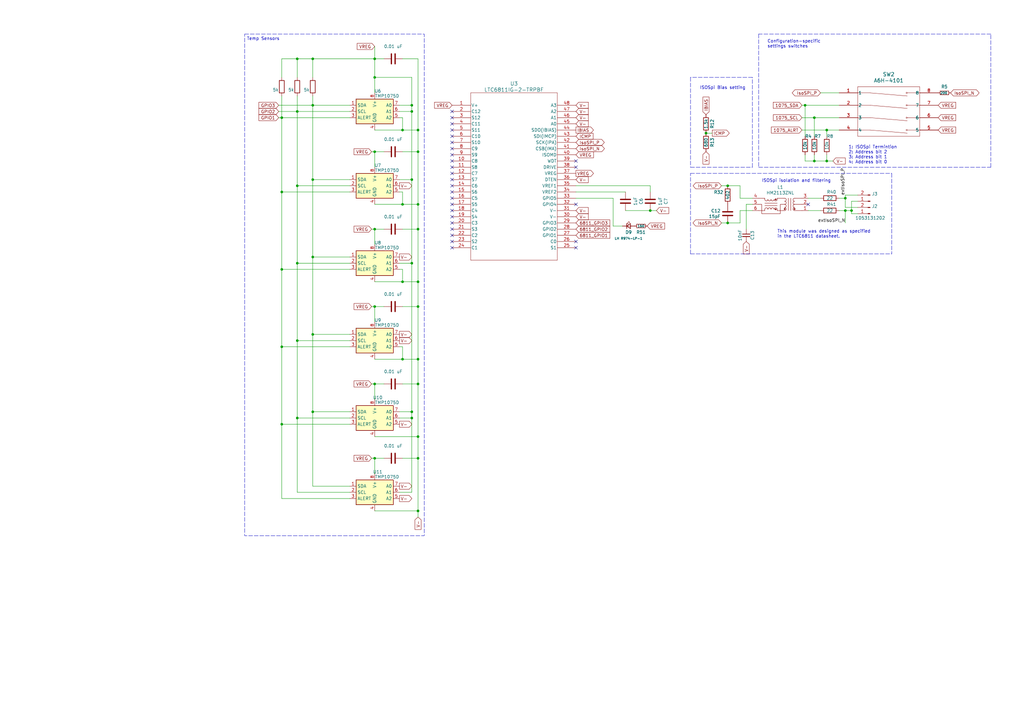
<source format=kicad_sch>
(kicad_sch (version 20250114) (generator "eeschema") (generator_version "9.0")
  (paper "A3")
  (title_block (rev "2.1"))
  (lib_symbols
    (symbol "Connector:Conn_01x02_Pin" (pin_names (offset 1.016) (hide yes))
      (property "Reference" "J" (at 0 2.54 0))
      (property "Value" "Conn_01x02_Pin" (at 0 -5.08 0))
      (symbol "Conn_01x02_Pin_1_1"
        (rectangle (start 0.8636 0.127) (end 0 -0.127) (stroke (width 0.1524)) (fill (type outline)))
        (rectangle (start 0.8636 -2.413) (end 0 -2.667) (stroke (width 0.1524)) (fill (type outline)))
        (polyline (pts (xy 1.27 0) (xy 0.8636 0)) (stroke (width 0.1524)))
        (polyline (pts (xy 1.27 -2.54) (xy 0.8636 -2.54)) (stroke (width 0.1524)))
        (pin passive line (at 5.08 0 180) (length 3.81) (name "Pin_1") (number "1"))
        (pin passive line (at 5.08 -2.54 180) (length 3.81) (name "Pin_2") (number "2"))
      )
    )
    (symbol "Device:C" (pin_numbers (hide yes)) (pin_names (offset 0.254))
      (property "Reference" "C" (at 0.635 2.54 0))
      (property "Value" "C" (at 0.635 -2.54 0))
      (symbol "C_0_1"
        (polyline (pts (xy -2.032 0.762) (xy 2.032 0.762)) (stroke (width 0.508)))
        (polyline (pts (xy -2.032 -0.762) (xy 2.032 -0.762)) (stroke (width 0.508)))
      )
      (symbol "C_1_1"
        (pin passive line (at 0 3.81 270) (length 2.794) (name "~") (number "1"))
        (pin passive line (at 0 -3.81 90) (length 2.794) (name "~") (number "2"))
      )
    )
    (symbol "Device:C_Small" (pin_numbers (hide yes)) (pin_names (offset 0.254) (hide yes))
      (property "Reference" "C" (at 0.254 1.778 0))
      (property "Value" "C_Small" (at 0.254 -2.032 0))
      (symbol "C_Small_0_1"
        (polyline (pts (xy -1.524 0.508) (xy 1.524 0.508)) (stroke (width 0.3048)))
        (polyline (pts (xy -1.524 -0.508) (xy 1.524 -0.508)) (stroke (width 0.3302)))
      )
      (symbol "C_Small_1_1"
        (pin passive line (at 0 2.54 270) (length 2.032) (name "~") (number "1"))
        (pin passive line (at 0 -2.54 90) (length 2.032) (name "~") (number "2"))
      )
    )
    (symbol "Device:LED_Small" (pin_numbers (hide yes)) (pin_names (offset 0.254) (hide yes))
      (property "Reference" "D" (at -1.27 3.175 0))
      (property "Value" "LED_Small" (at -4.445 -2.54 0))
      (symbol "LED_Small_0_1"
        (polyline (pts (xy -0.762 -1.016) (xy -0.762 1.016)) (stroke (width 0.254)))
        (polyline (pts (xy 0 0.762) (xy -0.508 1.27) (xy -0.254 1.27) (xy -0.508 1.27) (xy -0.508 1.016)))
        (polyline (pts (xy 0.508 1.27) (xy 0 1.778) (xy 0.254 1.778) (xy 0 1.778) (xy 0 1.524)))
        (polyline (pts (xy 0.762 -1.016) (xy -0.762 0) (xy 0.762 1.016) (xy 0.762 -1.016)) (stroke (width 0.254)))
        (polyline (pts (xy 1.016 0) (xy -0.762 0)))
      )
      (symbol "LED_Small_1_1"
        (pin passive line (at -2.54 0 0) (length 1.778) (name "K") (number "1"))
        (pin passive line (at 2.54 0 180) (length 1.778) (name "A") (number "2"))
      )
    )
    (symbol "Device:R" (pin_numbers (hide yes)) (pin_names (offset 0))
      (property "Reference" "R" (at 2.032 0 90))
      (property "Value" "R" (at 0 0 90))
      (symbol "R_0_1"
        (rectangle (start -1.016 -2.54) (end 1.016 2.54) (stroke (width 0.254)))
      )
      (symbol "R_1_1"
        (pin passive line (at 0 3.81 270) (length 1.27) (name "~") (number "1"))
        (pin passive line (at 0 -3.81 90) (length 1.27) (name "~") (number "2"))
      )
    )
    (symbol "Device:R_Small" (pin_numbers (hide yes)) (pin_names (offset 0.254) (hide yes))
      (property "Reference" "R" (at 0.762 0.508 0))
      (property "Value" "R_Small" (at 0.762 -1.016 0))
      (symbol "R_Small_0_1"
        (rectangle (start -0.762 1.778) (end 0.762 -1.778) (stroke (width 0.2032)))
      )
      (symbol "R_Small_1_1"
        (pin passive line (at 0 2.54 270) (length 0.762) (name "~") (number "1"))
        (pin passive line (at 0 -2.54 90) (length 0.762) (name "~") (number "2"))
      )
    )
    (symbol "FSSymbols:HM2113ZNL" (pin_names (offset 0.254) (hide yes))
      (property "Reference" "L" (at 0 7.62 0))
      (property "Value" "HM2113ZNL" (at 0 5.08 0))
      (symbol "HM2113ZNL_0_1"
        (polyline (pts (xy -8.89 2.54) (xy -6.35 2.54)))
        (polyline (pts (xy -8.89 0) (xy -7.62 0) (xy -7.62 -3.81) (xy 0 -3.81) (xy 0 0) (xy 1.778 0)))
        (polyline (pts (xy -6.35 2.54) (xy -6.35 2.032)))
        (polyline (pts (xy -6.35 -0.508) (xy -1.27 -0.508)))
        (polyline (pts (xy -6.35 -2.032) (xy -6.35 -2.54)))
        (polyline (pts (xy -6.35 -2.54) (xy -8.89 -2.54)))
        (arc (start -5.08 2.032) (mid -5.715 1.397) (end -6.35 2.032))
        (arc (start -6.35 -2.032) (mid -5.715 -1.397) (end -5.08 -2.032))
        (arc (start -3.81 2.032) (mid -4.445 1.397) (end -5.08 2.032))
        (arc (start -5.08 -2.032) (mid -4.445 -1.397) (end -3.81 -2.032))
        (arc (start -2.54 2.032) (mid -3.175 1.397) (end -3.81 2.032))
        (arc (start -3.81 -2.032) (mid -3.175 -1.397) (end -2.54 -2.032))
        (circle (center -1.905 2.032) (radius 0.254) (fill (type outline)))
        (arc (start -1.27 2.032) (mid -1.905 1.397) (end -2.54 2.032))
        (arc (start -2.54 -2.032) (mid -1.905 -1.397) (end -1.27 -2.032))
        (circle (center -1.905 -2.032) (radius 0.254) (fill (type outline)))
        (polyline (pts (xy -1.27 2.032) (xy -1.27 2.54)))
        (polyline (pts (xy -1.27 0.508) (xy -6.35 0.508)))
        (polyline (pts (xy -1.27 -2.032) (xy -1.27 -2.54)))
        (polyline (pts (xy -1.27 -2.54) (xy 1.27 -2.54)))
        (polyline (pts (xy 1.27 2.54) (xy -1.27 2.54)))
        (polyline (pts (xy 1.27 2.54) (xy 1.778 2.54)))
        (arc (start 1.778 2.54) (mid 2.413 1.905) (end 1.778 1.27))
        (arc (start 1.778 1.27) (mid 2.413 0.635) (end 1.778 0))
        (arc (start 1.778 0) (mid 2.413 -0.635) (end 1.778 -1.27))
        (arc (start 1.778 -1.27) (mid 2.413 -1.905) (end 1.778 -2.54))
        (circle (center 1.778 -1.905) (radius 0.254) (fill (type outline)))
        (polyline (pts (xy 1.778 -2.54) (xy 1.27 -2.54)))
        (polyline (pts (xy 3.302 -2.54) (xy 3.302 2.54)))
        (polyline (pts (xy 4.318 2.54) (xy 4.318 -2.54)))
        (polyline (pts (xy 5.842 2.54) (xy 6.35 2.54)))
        (arc (start 5.842 1.27) (mid 5.207 1.905) (end 5.842 2.54))
        (arc (start 5.842 0) (mid 5.207 0.635) (end 5.842 1.27))
        (arc (start 5.842 -1.27) (mid 5.207 -0.635) (end 5.842 0))
        (circle (center 5.842 -1.905) (radius 0.254) (fill (type outline)))
        (arc (start 5.842 -2.54) (mid 5.207 -1.905) (end 5.842 -1.27))
        (polyline (pts (xy 5.842 -2.54) (xy 8.89 -2.54)))
        (polyline (pts (xy 6.35 2.54) (xy 8.89 2.54)))
        (polyline (pts (xy 8.89 0) (xy 5.842 0)))
      )
      (symbol "HM2113ZNL_1_1"
        (pin passive line (at -11.43 2.54 0) (length 2.54) (name "4") (number "4"))
        (pin passive line (at -11.43 0 0) (length 2.54) (name "5") (number "5"))
        (pin passive line (at -11.43 -2.54 0) (length 2.54) (name "6") (number "6"))
        (pin passive line (at 11.43 2.54 180) (length 2.54) (name "3") (number "3"))
        (pin passive line (at 11.43 0 180) (length 2.54) (name "2") (number "2"))
        (pin passive line (at 11.43 -2.54 180) (length 2.54) (name "1") (number "1"))
      )
    )
    (symbol "FS_3_Global_Symbol_Library:A6H-4101" (pin_names (offset 0.254))
      (property "Reference" "SW" (at 20.32 7.62 0))
      (property "Value" "A6H-4101" (at 20.32 5.08 0))
      (symbol "A6H-4101_0_1"
        (polyline (pts (xy 7.62 2.54) (xy 7.62 -17.78)) (stroke (width 0.127)))
        (polyline (pts (xy 7.62 -17.78) (xy 33.02 -17.78)) (stroke (width 0.127)))
        (polyline (pts (xy 12.7 0) (xy 7.62 0)) (stroke (width 0.127)))
        (polyline (pts (xy 12.7 0) (xy 27.94 -1.27)) (stroke (width 0.127)))
        (polyline (pts (xy 12.7 -5.08) (xy 7.62 -5.08)) (stroke (width 0.127)))
        (polyline (pts (xy 12.7 -5.08) (xy 27.94 -6.35)) (stroke (width 0.127)))
        (polyline (pts (xy 12.7 -10.16) (xy 7.62 -10.16)) (stroke (width 0.127)))
        (polyline (pts (xy 12.7 -10.16) (xy 27.94 -11.43)) (stroke (width 0.127)))
        (polyline (pts (xy 12.7 -15.24) (xy 7.62 -15.24)) (stroke (width 0.127)))
        (polyline (pts (xy 12.7 -15.24) (xy 27.94 -16.51)) (stroke (width 0.127)))
        (circle (center 27.686 0) (radius 0.254) (stroke (width 0.127)))
        (circle (center 27.686 -5.08) (radius 0.254) (stroke (width 0.127)))
        (circle (center 27.686 -10.16) (radius 0.254) (stroke (width 0.127)))
        (circle (center 27.686 -15.24) (radius 0.254) (stroke (width 0.127)))
        (polyline (pts (xy 27.94 0) (xy 33.02 0)) (stroke (width 0.127)))
        (polyline (pts (xy 27.94 -5.08) (xy 33.02 -5.08)) (stroke (width 0.127)))
        (polyline (pts (xy 27.94 -10.16) (xy 33.02 -10.16)) (stroke (width 0.127)))
        (polyline (pts (xy 27.94 -15.24) (xy 33.02 -15.24)) (stroke (width 0.127)))
        (polyline (pts (xy 33.02 2.54) (xy 7.62 2.54)) (stroke (width 0.127)))
        (polyline (pts (xy 33.02 -17.78) (xy 33.02 2.54)) (stroke (width 0.127)))
        (pin unspecified line (at 0 0 0) (length 7.62) (name "1") (number "1"))
        (pin unspecified line (at 0 -5.08 0) (length 7.62) (name "2") (number "2"))
        (pin unspecified line (at 0 -10.16 0) (length 7.62) (name "3") (number "3"))
        (pin unspecified line (at 0 -15.24 0) (length 7.62) (name "4") (number "4"))
        (pin unspecified line (at 40.64 0 180) (length 7.62) (name "8") (number "8"))
        (pin unspecified line (at 40.64 -5.08 180) (length 7.62) (name "7") (number "7"))
        (pin unspecified line (at 40.64 -10.16 180) (length 7.62) (name "6") (number "6"))
        (pin unspecified line (at 40.64 -15.24 180) (length 7.62) (name "5") (number "5"))
      )
    )
    (symbol "FS_3_Global_Symbol_Library:LTC6811IG-2-TRPBF" (pin_names (offset 0.254))
      (property "Reference" "U" (at 25.4 10.16 0))
      (property "Value" "LTC6811IG-2-TRPBF" (at 25.4 7.62 0))
      (symbol "LTC6811IG-2-TRPBF_0_1"
        (polyline (pts (xy 7.62 5.08) (xy 7.62 -63.5)) (stroke (width 0.127)))
        (polyline (pts (xy 7.62 -63.5) (xy 43.18 -63.5)) (stroke (width 0.127)))
        (polyline (pts (xy 43.18 5.08) (xy 7.62 5.08)) (stroke (width 0.127)))
        (polyline (pts (xy 43.18 -63.5) (xy 43.18 5.08)) (stroke (width 0.127)))
        (pin power_in line (at 0 0 0) (length 7.62) (name "V+") (number "1"))
        (pin input line (at 0 -2.54 0) (length 7.62) (name "C12") (number "2"))
        (pin bidirectional line (at 0 -5.08 0) (length 7.62) (name "S12") (number "3"))
        (pin input line (at 0 -7.62 0) (length 7.62) (name "C11") (number "4"))
        (pin bidirectional line (at 0 -10.16 0) (length 7.62) (name "S11") (number "5"))
        (pin input line (at 0 -12.7 0) (length 7.62) (name "C10") (number "6"))
        (pin bidirectional line (at 0 -15.24 0) (length 7.62) (name "S10") (number "7"))
        (pin input line (at 0 -17.78 0) (length 7.62) (name "C9") (number "8"))
        (pin bidirectional line (at 0 -20.32 0) (length 7.62) (name "S9") (number "9"))
        (pin input line (at 0 -22.86 0) (length 7.62) (name "C8") (number "10"))
        (pin bidirectional line (at 0 -25.4 0) (length 7.62) (name "S8") (number "11"))
        (pin input line (at 0 -27.94 0) (length 7.62) (name "C7") (number "12"))
        (pin bidirectional line (at 0 -30.48 0) (length 7.62) (name "S7") (number "13"))
        (pin input line (at 0 -33.02 0) (length 7.62) (name "C6") (number "14"))
        (pin bidirectional line (at 0 -35.56 0) (length 7.62) (name "S6") (number "15"))
        (pin input line (at 0 -38.1 0) (length 7.62) (name "C5") (number "16"))
        (pin bidirectional line (at 0 -40.64 0) (length 7.62) (name "S5") (number "17"))
        (pin input line (at 0 -43.18 0) (length 7.62) (name "C4") (number "18"))
        (pin bidirectional line (at 0 -45.72 0) (length 7.62) (name "S4") (number "19"))
        (pin input line (at 0 -48.26 0) (length 7.62) (name "C3") (number "20"))
        (pin bidirectional line (at 0 -50.8 0) (length 7.62) (name "S3") (number "21"))
        (pin input line (at 0 -53.34 0) (length 7.62) (name "C2") (number "22"))
        (pin bidirectional line (at 0 -55.88 0) (length 7.62) (name "S2") (number "23"))
        (pin input line (at 0 -58.42 0) (length 7.62) (name "C1") (number "24"))
        (pin input line (at 50.8 0 180) (length 7.62) (name "A3") (number "48"))
        (pin input line (at 50.8 -2.54 180) (length 7.62) (name "A2") (number "47"))
        (pin input line (at 50.8 -5.08 180) (length 7.62) (name "A1") (number "46"))
        (pin input line (at 50.8 -7.62 180) (length 7.62) (name "A0") (number "45"))
        (pin unspecified line (at 50.8 -10.16 180) (length 7.62) (name "SDO(IBIAS)") (number "44"))
        (pin unspecified line (at 50.8 -12.7 180) (length 7.62) (name "SDI(IMCP)") (number "43"))
        (pin bidirectional line (at 50.8 -15.24 180) (length 7.62) (name "SCK(IPA)") (number "42"))
        (pin bidirectional line (at 50.8 -17.78 180) (length 7.62) (name "CSB(IMA)") (number "41"))
        (pin unspecified line (at 50.8 -20.32 180) (length 7.62) (name "ISOMD") (number "40"))
        (pin output line (at 50.8 -22.86 180) (length 7.62) (name "WDT") (number "39"))
        (pin power_in line (at 50.8 -25.4 180) (length 7.62) (name "DRIVE") (number "38"))
        (pin power_in line (at 50.8 -27.94 180) (length 7.62) (name "VREG") (number "37"))
        (pin input line (at 50.8 -30.48 180) (length 7.62) (name "DTEN") (number "36"))
        (pin power_in line (at 50.8 -33.02 180) (length 7.62) (name "VREF1") (number "35"))
        (pin power_in line (at 50.8 -35.56 180) (length 7.62) (name "VREF2") (number "34"))
        (pin bidirectional line (at 50.8 -38.1 180) (length 7.62) (name "GPIO5") (number "33"))
        (pin bidirectional line (at 50.8 -40.64 180) (length 7.62) (name "GPIO4") (number "32"))
        (pin power_in line (at 50.8 -43.18 180) (length 7.62) (name "V-") (number "31"))
        (pin power_in line (at 50.8 -45.72 180) (length 7.62) (name "V-") (number "30"))
        (pin bidirectional line (at 50.8 -48.26 180) (length 7.62) (name "GPIO3") (number "29"))
        (pin bidirectional line (at 50.8 -50.8 180) (length 7.62) (name "GPIO2") (number "28"))
        (pin bidirectional line (at 50.8 -53.34 180) (length 7.62) (name "GPIO1") (number "27"))
        (pin input line (at 50.8 -55.88 180) (length 7.62) (name "C0") (number "26"))
        (pin bidirectional line (at 50.8 -58.42 180) (length 7.62) (name "S1") (number "25"))
      )
    )
    (symbol "Sensor_Temperature:TMP1075D"
      (property "Reference" "U" (at -6.35 6.35 0))
      (property "Value" "TMP1075D" (at 6.35 6.35 0))
      (symbol "TMP1075D_0_1"
        (rectangle (start -7.62 5.08) (end 7.62 -5.08) (stroke (width 0.254)) (fill (type background)))
      )
      (symbol "TMP1075D_1_1"
        (pin input line (at -10.16 2.54 0) (length 2.54) (name "A0") (number "7"))
        (pin input line (at -10.16 0 0) (length 2.54) (name "A1") (number "6"))
        (pin input line (at -10.16 -2.54 0) (length 2.54) (name "A2") (number "5"))
        (pin power_in line (at 0 7.62 270) (length 2.54) (name "V+") (number "8"))
        (pin power_in line (at 0 -7.62 90) (length 2.54) (name "GND") (number "4"))
        (pin bidirectional line (at 10.16 2.54 180) (length 2.54) (name "SDA") (number "1"))
        (pin input line (at 10.16 0 180) (length 2.54) (name "SCL") (number "2"))
        (pin open_collector line (at 10.16 -2.54 180) (length 2.54) (name "ALERT") (number "3"))
      )
    )
  )
  (rectangle (start 100.33 13.97) (end 173.99 219.71) (stroke (width 0) (type dash)))
  (text "ISOSpi Bias setting" (at 287.02 36.83 0) (effects (font (size 1.27 1.27)) (justify left bottom)))
  (text "This module was designed as specified\nin the LTC6811 datasheet." (at 318.77 97.79 0) (effects (font (size 1.27 1.27)) (justify left bottom)))
  (text "Configuration-specific\nsettings switches" (at 314.706 19.812 0) (effects (font (size 1.27 1.27)) (justify left bottom)))
  (text "1: ISOSpi Termintion\n2: Address bit 2\n3: Address bit 1\n4: Address bit 0" (at 347.98 67.31 0) (effects (font (size 1.27 1.27)) (justify left bottom)))
  (text "Temp Sensors" (at 107.95 16.002 0) (effects (font (size 1.27 1.27))))
  (text "ISOSpi isolation and filtering" (at 312.42 74.93 0) (effects (font (size 1.27 1.27)) (justify left bottom)))
  (junction (at 165.1 53.34))
  (junction (at 298.45 91.44))
  (junction (at 168.91 73.66))
  (junction (at 153.67 93.98))
  (junction (at 171.45 147.32))
  (junction (at 121.92 24.13))
  (junction (at 165.1 147.32))
  (junction (at 153.67 187.96))
  (junction (at 171.45 115.57))
  (junction (at 115.57 78.74))
  (junction (at 115.57 48.26))
  (junction (at 171.45 179.07))
  (junction (at 121.92 45.72))
  (junction (at 128.27 168.91))
  (junction (at 128.27 43.18))
  (junction (at 298.45 76.2))
  (junction (at 121.92 76.2))
  (junction (at 168.91 168.91))
  (junction (at 153.67 24.13))
  (junction (at 128.27 73.66))
  (junction (at 334.01 66.04))
  (junction (at 266.7 86.36))
  (junction (at 115.57 110.49))
  (junction (at 289.56 54.61))
  (junction (at 171.45 93.98))
  (junction (at 121.92 139.7))
  (junction (at 168.91 45.72))
  (junction (at 168.91 171.45))
  (junction (at 346.71 81.28))
  (junction (at 171.45 187.96))
  (junction (at 339.09 66.04))
  (junction (at 153.67 157.48))
  (junction (at 115.57 173.99))
  (junction (at 153.67 31.75))
  (junction (at 153.67 125.73))
  (junction (at 121.92 171.45))
  (junction (at 171.45 125.73))
  (junction (at 346.71 86.36))
  (junction (at 121.92 107.95))
  (junction (at 349.25 86.36))
  (junction (at 128.27 24.13))
  (junction (at 165.1 83.82))
  (junction (at 171.45 83.82))
  (junction (at 330.2 43.18))
  (junction (at 171.45 209.55))
  (junction (at 171.45 157.48))
  (junction (at 334.01 48.26))
  (junction (at 128.27 105.41))
  (junction (at 171.45 53.34))
  (junction (at 128.27 137.16))
  (junction (at 153.67 62.23))
  (junction (at 339.09 53.34))
  (junction (at 168.91 107.95))
  (junction (at 168.91 43.18))
  (junction (at 165.1 115.57))
  (junction (at 171.45 62.23))
  (junction (at 115.57 142.24))
  (no_connect (at 185.42 58.42))
  (no_connect (at 185.42 88.9))
  (no_connect (at 236.22 101.6))
  (no_connect (at 185.42 96.52))
  (no_connect (at 185.42 101.6))
  (no_connect (at 185.42 93.98))
  (no_connect (at 185.42 63.5))
  (no_connect (at 236.22 99.06))
  (no_connect (at 185.42 73.66))
  (no_connect (at 185.42 78.74))
  (no_connect (at 331.47 83.82))
  (no_connect (at 236.22 83.82))
  (no_connect (at 185.42 71.12))
  (no_connect (at 185.42 48.26))
  (no_connect (at 185.42 55.88))
  (no_connect (at 185.42 91.44))
  (no_connect (at 185.42 99.06))
  (no_connect (at 185.42 86.36))
  (no_connect (at 185.42 83.82))
  (no_connect (at 185.42 60.96))
  (no_connect (at 185.42 45.72))
  (no_connect (at 185.42 68.58))
  (no_connect (at 185.42 53.34))
  (no_connect (at 185.42 76.2))
  (no_connect (at 236.22 68.58))
  (no_connect (at 185.42 81.28))
  (no_connect (at 185.42 66.04))
  (no_connect (at 185.42 50.8))
  (no_connect (at 236.22 66.04))
  (wire (pts (xy 121.92 171.45) (xy 143.51 171.45)))
  (wire (pts (xy 346.71 86.36) (xy 344.17 86.36)))
  (wire (pts (xy 334.01 48.26) (xy 334.01 55.88)))
  (wire (pts (xy 115.57 110.49) (xy 115.57 142.24)))
  (wire (pts (xy 153.67 179.07) (xy 171.45 179.07)))
  (wire (pts (xy 163.83 43.18) (xy 168.91 43.18)))
  (wire (pts (xy 349.25 86.36) (xy 346.71 86.36)))
  (wire (pts (xy 349.25 86.36) (xy 349.25 87.63)))
  (wire (pts (xy 165.1 93.98) (xy 171.45 93.98)))
  (wire (pts (xy 171.45 147.32) (xy 171.45 157.48)))
  (wire (pts (xy 165.1 142.24) (xy 165.1 147.32)))
  (wire (pts (xy 334.01 66.04) (xy 334.01 63.5)))
  (wire (pts (xy 171.45 83.82) (xy 171.45 93.98)))
  (wire (pts (xy 163.83 201.93) (xy 168.91 201.93)))
  (wire (pts (xy 165.1 115.57) (xy 171.45 115.57)))
  (wire (pts (xy 121.92 45.72) (xy 121.92 76.2)))
  (wire (pts (xy 121.92 39.37) (xy 121.92 45.72)))
  (wire (pts (xy 115.57 173.99) (xy 143.51 173.99)))
  (wire (pts (xy 153.67 19.05) (xy 153.67 24.13)))
  (wire (pts (xy 346.71 81.28) (xy 346.71 85.09)))
  (wire (pts (xy 128.27 137.16) (xy 143.51 137.16)))
  (wire (pts (xy 168.91 171.45) (xy 168.91 201.93)))
  (wire (pts (xy 128.27 168.91) (xy 143.51 168.91)))
  (wire (pts (xy 344.17 81.28) (xy 346.71 81.28)))
  (wire (pts (xy 163.83 110.49) (xy 165.1 110.49)))
  (wire (pts (xy 168.91 73.66) (xy 168.91 107.95)))
  (wire (pts (xy 157.48 62.23) (xy 153.67 62.23)))
  (wire (pts (xy 115.57 142.24) (xy 115.57 173.99)))
  (wire (pts (xy 153.67 62.23) (xy 153.67 68.58)))
  (wire (pts (xy 153.67 83.82) (xy 165.1 83.82)))
  (wire (pts (xy 256.54 86.36) (xy 266.7 86.36)))
  (wire (pts (xy 168.91 107.95) (xy 168.91 168.91)))
  (wire (pts (xy 165.1 157.48) (xy 171.45 157.48)))
  (wire (pts (xy 115.57 78.74) (xy 115.57 110.49)))
  (wire (pts (xy 121.92 171.45) (xy 121.92 201.93)))
  (wire (pts (xy 328.93 53.34) (xy 339.09 53.34)))
  (wire (pts (xy 349.25 82.55) (xy 351.79 82.55)))
  (wire (pts (xy 163.83 171.45) (xy 168.91 171.45)))
  (wire (pts (xy 115.57 142.24) (xy 143.51 142.24)))
  (wire (pts (xy 165.1 125.73) (xy 171.45 125.73)))
  (wire (pts (xy 336.55 86.36) (xy 331.47 86.36)))
  (wire (pts (xy 152.4 93.98) (xy 153.67 93.98)))
  (wire (pts (xy 121.92 76.2) (xy 121.92 107.95)))
  (wire (pts (xy 171.45 115.57) (xy 171.45 125.73)))
  (wire (pts (xy 298.45 76.2) (xy 303.53 76.2)))
  (wire (pts (xy 330.2 43.18) (xy 330.2 55.88)))
  (wire (pts (xy 251.46 81.28) (xy 236.22 81.28)))
  (polyline (pts (xy 283.21 104.14) (xy 283.21 71.12)) (stroke (width 0) (type dash)))
  (wire (pts (xy 153.67 93.98) (xy 153.67 100.33)))
  (wire (pts (xy 165.1 83.82) (xy 171.45 83.82)))
  (wire (pts (xy 153.67 115.57) (xy 165.1 115.57)))
  (wire (pts (xy 128.27 105.41) (xy 128.27 137.16)))
  (wire (pts (xy 303.53 81.28) (xy 308.61 81.28)))
  (wire (pts (xy 165.1 78.74) (xy 165.1 83.82)))
  (wire (pts (xy 114.3 45.72) (xy 121.92 45.72)))
  (wire (pts (xy 339.09 55.88) (xy 339.09 53.34)))
  (wire (pts (xy 115.57 24.13) (xy 121.92 24.13)))
  (wire (pts (xy 115.57 110.49) (xy 143.51 110.49)))
  (wire (pts (xy 153.67 157.48) (xy 153.67 163.83)))
  (wire (pts (xy 349.25 87.63) (xy 351.79 87.63)))
  (wire (pts (xy 171.45 187.96) (xy 171.45 209.55)))
  (wire (pts (xy 171.45 24.13) (xy 171.45 53.34)))
  (wire (pts (xy 121.92 139.7) (xy 143.51 139.7)))
  (wire (pts (xy 171.45 93.98) (xy 171.45 115.57)))
  (wire (pts (xy 171.45 157.48) (xy 171.45 179.07)))
  (wire (pts (xy 153.67 24.13) (xy 153.67 31.75)))
  (wire (pts (xy 303.53 76.2) (xy 303.53 81.28)))
  (wire (pts (xy 153.67 209.55) (xy 171.45 209.55)))
  (wire (pts (xy 157.48 125.73) (xy 153.67 125.73)))
  (wire (pts (xy 128.27 168.91) (xy 128.27 199.39)))
  (wire (pts (xy 163.83 73.66) (xy 168.91 73.66)))
  (wire (pts (xy 128.27 73.66) (xy 128.27 105.41)))
  (wire (pts (xy 346.71 80.01) (xy 346.71 81.28)))
  (wire (pts (xy 163.83 168.91) (xy 168.91 168.91)))
  (wire (pts (xy 303.53 86.36) (xy 303.53 91.44)))
  (polyline (pts (xy 283.21 104.14) (xy 365.76 104.14)) (stroke (width 0) (type dash)))
  (wire (pts (xy 163.83 45.72) (xy 168.91 45.72)))
  (wire (pts (xy 128.27 73.66) (xy 143.51 73.66)))
  (wire (pts (xy 163.83 107.95) (xy 168.91 107.95)))
  (wire (pts (xy 330.2 43.18) (xy 344.17 43.18)))
  (wire (pts (xy 153.67 31.75) (xy 168.91 31.75)))
  (wire (pts (xy 339.09 63.5) (xy 339.09 66.04)))
  (wire (pts (xy 153.67 147.32) (xy 165.1 147.32)))
  (wire (pts (xy 251.46 92.71) (xy 251.46 81.28)))
  (wire (pts (xy 114.3 43.18) (xy 128.27 43.18)))
  (wire (pts (xy 115.57 48.26) (xy 115.57 78.74)))
  (wire (pts (xy 168.91 31.75) (xy 168.91 43.18)))
  (wire (pts (xy 171.45 53.34) (xy 171.45 62.23)))
  (wire (pts (xy 266.7 76.2) (xy 266.7 78.74)))
  (wire (pts (xy 165.1 53.34) (xy 171.45 53.34)))
  (wire (pts (xy 121.92 139.7) (xy 121.92 171.45)))
  (wire (pts (xy 330.2 66.04) (xy 334.01 66.04)))
  (wire (pts (xy 115.57 39.37) (xy 115.57 48.26)))
  (wire (pts (xy 163.83 48.26) (xy 165.1 48.26)))
  (wire (pts (xy 153.67 187.96) (xy 153.67 194.31)))
  (wire (pts (xy 121.92 107.95) (xy 121.92 139.7)))
  (polyline (pts (xy 406.4 13.97) (xy 311.15 13.97)) (stroke (width 0) (type dash)))
  (wire (pts (xy 165.1 110.49) (xy 165.1 115.57)))
  (wire (pts (xy 121.92 45.72) (xy 143.51 45.72)))
  (wire (pts (xy 334.01 48.26) (xy 344.17 48.26)))
  (wire (pts (xy 128.27 31.75) (xy 128.27 24.13)))
  (wire (pts (xy 128.27 137.16) (xy 128.27 168.91)))
  (polyline (pts (xy 311.15 68.58) (xy 406.4 68.58)) (stroke (width 0) (type dash)))
  (wire (pts (xy 168.91 168.91) (xy 168.91 171.45)))
  (wire (pts (xy 157.48 93.98) (xy 153.67 93.98)))
  (polyline (pts (xy 311.15 13.97) (xy 311.15 68.58)) (stroke (width 0) (type dash)))
  (wire (pts (xy 171.45 179.07) (xy 171.45 187.96)))
  (polyline (pts (xy 283.21 31.75) (xy 283.21 68.58)) (stroke (width 0) (type dash)))
  (wire (pts (xy 152.4 187.96) (xy 153.67 187.96)))
  (wire (pts (xy 165.1 62.23) (xy 171.45 62.23)))
  (wire (pts (xy 128.27 43.18) (xy 128.27 73.66)))
  (wire (pts (xy 121.92 24.13) (xy 128.27 24.13)))
  (wire (pts (xy 303.53 86.36) (xy 308.61 86.36)))
  (wire (pts (xy 171.45 24.13) (xy 165.1 24.13)))
  (wire (pts (xy 295.91 91.44) (xy 298.45 91.44)))
  (wire (pts (xy 128.27 39.37) (xy 128.27 43.18)))
  (wire (pts (xy 152.4 125.73) (xy 153.67 125.73)))
  (wire (pts (xy 331.47 81.28) (xy 336.55 81.28)))
  (wire (pts (xy 152.4 62.23) (xy 153.67 62.23)))
  (wire (pts (xy 163.83 78.74) (xy 165.1 78.74)))
  (polyline (pts (xy 308.61 31.75) (xy 283.21 31.75)) (stroke (width 0) (type dash)))
  (polyline (pts (xy 308.61 68.58) (xy 308.61 31.75)) (stroke (width 0) (type dash)))
  (wire (pts (xy 128.27 43.18) (xy 143.51 43.18)))
  (wire (pts (xy 349.25 86.36) (xy 349.25 82.55)))
  (polyline (pts (xy 406.4 68.58) (xy 406.4 13.97)) (stroke (width 0) (type dash)))
  (wire (pts (xy 339.09 66.04) (xy 334.01 66.04)))
  (wire (pts (xy 339.09 53.34) (xy 344.17 53.34)))
  (polyline (pts (xy 365.76 71.12) (xy 365.76 104.14)) (stroke (width 0) (type dash)))
  (wire (pts (xy 165.1 48.26) (xy 165.1 53.34)))
  (wire (pts (xy 115.57 204.47) (xy 143.51 204.47)))
  (wire (pts (xy 128.27 24.13) (xy 153.67 24.13)))
  (wire (pts (xy 157.48 24.13) (xy 153.67 24.13)))
  (polyline (pts (xy 283.21 68.58) (xy 308.61 68.58)) (stroke (width 0) (type dash)))
  (polyline (pts (xy 283.21 71.12) (xy 365.76 71.12)) (stroke (width 0) (type dash)))
  (wire (pts (xy 328.93 48.26) (xy 334.01 48.26)))
  (wire (pts (xy 330.2 63.5) (xy 330.2 66.04)))
  (wire (pts (xy 236.22 78.74) (xy 256.54 78.74)))
  (wire (pts (xy 115.57 31.75) (xy 115.57 24.13)))
  (wire (pts (xy 163.83 142.24) (xy 165.1 142.24)))
  (wire (pts (xy 171.45 209.55) (xy 171.45 212.09)))
  (wire (pts (xy 165.1 147.32) (xy 171.45 147.32)))
  (wire (pts (xy 292.1 54.61) (xy 289.56 54.61)))
  (wire (pts (xy 115.57 48.26) (xy 143.51 48.26)))
  (wire (pts (xy 121.92 107.95) (xy 143.51 107.95)))
  (wire (pts (xy 295.91 76.2) (xy 298.45 76.2)))
  (wire (pts (xy 114.3 48.26) (xy 115.57 48.26)))
  (wire (pts (xy 298.45 91.44) (xy 303.53 91.44)))
  (wire (pts (xy 236.22 76.2) (xy 266.7 76.2)))
  (wire (pts (xy 121.92 201.93) (xy 143.51 201.93)))
  (wire (pts (xy 153.67 53.34) (xy 165.1 53.34)))
  (wire (pts (xy 168.91 45.72) (xy 168.91 73.66)))
  (wire (pts (xy 346.71 85.09) (xy 351.79 85.09)))
  (wire (pts (xy 339.09 66.04) (xy 341.63 66.04)))
  (wire (pts (xy 165.1 187.96) (xy 171.45 187.96)))
  (wire (pts (xy 336.55 38.1) (xy 344.17 38.1)))
  (wire (pts (xy 153.67 125.73) (xy 153.67 132.08)))
  (wire (pts (xy 168.91 43.18) (xy 168.91 45.72)))
  (wire (pts (xy 157.48 187.96) (xy 153.67 187.96)))
  (wire (pts (xy 152.4 157.48) (xy 153.67 157.48)))
  (wire (pts (xy 255.27 92.71) (xy 251.46 92.71)))
  (wire (pts (xy 328.93 43.18) (xy 330.2 43.18)))
  (wire (pts (xy 346.71 91.44) (xy 346.71 86.36)))
  (wire (pts (xy 115.57 78.74) (xy 143.51 78.74)))
  (wire (pts (xy 266.7 86.36) (xy 269.24 86.36)))
  (wire (pts (xy 121.92 31.75) (xy 121.92 24.13)))
  (wire (pts (xy 171.45 62.23) (xy 171.45 83.82)))
  (wire (pts (xy 153.67 31.75) (xy 153.67 38.1)))
  (wire (pts (xy 121.92 76.2) (xy 143.51 76.2)))
  (wire (pts (xy 306.07 93.98) (xy 306.07 83.82)))
  (wire (pts (xy 171.45 125.73) (xy 171.45 147.32)))
  (wire (pts (xy 306.07 83.82) (xy 308.61 83.82)))
  (wire (pts (xy 115.57 173.99) (xy 115.57 204.47)))
  (wire (pts (xy 128.27 105.41) (xy 143.51 105.41)))
  (wire (pts (xy 128.27 199.39) (xy 143.51 199.39)))
  (wire (pts (xy 157.48 157.48) (xy 153.67 157.48)))
  (wire (pts (xy 351.79 80.01) (xy 346.71 80.01)))
  (label "extIsoSPI_N" (at 346.71 91.44 180))
  (label "extIsoSPI_P" (at 346.71 80.01 90))
  (global_label "6811_GPIO1" (shape input) (at 236.22 96.52 0) (property "Intersheetrefs" "${INTERSHEET_REFS}" (effects (hide yes))))
  (global_label "V-" (shape input) (at 236.22 45.72 0) (property "Intersheetrefs" "${INTERSHEET_REFS}" (effects (hide yes))))
  (global_label "IsoSPI_P" (shape bidirectional) (at 295.91 76.2 180) (property "Intersheetrefs" "${INTERSHEET_REFS}" (effects (hide yes))))
  (global_label "VREG" (shape input) (at 236.22 63.5 0) (property "Intersheetrefs" "${INTERSHEET_REFS}" (effects (hide yes))))
  (global_label "ICMP" (shape output) (at 292.1 54.61 0) (property "Intersheetrefs" "${INTERSHEET_REFS}" (effects (hide yes))))
  (global_label "V-" (shape input) (at 236.22 48.26 0) (property "Intersheetrefs" "${INTERSHEET_REFS}" (effects (hide yes))))
  (global_label "V-" (shape output) (at 163.83 173.99 0) (property "Intersheetrefs" "${INTERSHEET_REFS}" (effects (hide yes))))
  (global_label "VREG" (shape input) (at 185.42 43.18 180) (property "Intersheetrefs" "${INTERSHEET_REFS}" (effects (hide yes))))
  (global_label "1075_ALRT" (shape input) (at 328.93 53.34 180) (property "Intersheetrefs" "${INTERSHEET_REFS}" (effects (hide yes))))
  (global_label "V-" (shape input) (at 236.22 43.18 0) (property "Intersheetrefs" "${INTERSHEET_REFS}" (effects (hide yes))))
  (global_label "IsoSPI_P" (shape bidirectional) (at 336.55 38.1 180) (property "Intersheetrefs" "${INTERSHEET_REFS}" (effects (hide yes))))
  (global_label "V-" (shape input) (at 236.22 88.9 0) (property "Intersheetrefs" "${INTERSHEET_REFS}" (effects (hide yes))))
  (global_label "VREG" (shape input) (at 152.4 62.23 180) (property "Intersheetrefs" "${INTERSHEET_REFS}" (effects (hide yes))))
  (global_label "VREG" (shape input) (at 384.81 53.34 0) (property "Intersheetrefs" "${INTERSHEET_REFS}" (effects (hide yes))))
  (global_label "6811_GPIO3" (shape input) (at 236.22 91.44 0) (property "Intersheetrefs" "${INTERSHEET_REFS}" (effects (hide yes))))
  (global_label "VREG" (shape input) (at 265.43 92.71 0) (property "Intersheetrefs" "${INTERSHEET_REFS}" (effects (hide yes))))
  (global_label "IsoSPI_N" (shape bidirectional) (at 236.22 60.96 0) (property "Intersheetrefs" "${INTERSHEET_REFS}" (effects (hide yes))))
  (global_label "IsoSPI_N" (shape bidirectional) (at 295.91 91.44 180) (property "Intersheetrefs" "${INTERSHEET_REFS}" (effects (hide yes))))
  (global_label "V-" (shape output) (at 163.83 137.16 0) (property "Intersheetrefs" "${INTERSHEET_REFS}" (effects (hide yes))))
  (global_label "V-" (shape input) (at 341.63 66.04 0) (property "Intersheetrefs" "${INTERSHEET_REFS}" (effects (hide yes))))
  (global_label "GPIO1" (shape input) (at 114.3 48.26 180) (property "Intersheetrefs" "${INTERSHEET_REFS}" (effects (hide yes))))
  (global_label "IsoSPI_P" (shape bidirectional) (at 236.22 58.42 0) (property "Intersheetrefs" "${INTERSHEET_REFS}" (effects (hide yes))))
  (global_label "V-" (shape output) (at 163.83 199.39 0) (property "Intersheetrefs" "${INTERSHEET_REFS}" (effects (hide yes))))
  (global_label "VREG" (shape input) (at 152.4 157.48 180) (property "Intersheetrefs" "${INTERSHEET_REFS}" (effects (hide yes))))
  (global_label "V-" (shape input) (at 236.22 73.66 0) (property "Intersheetrefs" "${INTERSHEET_REFS}" (effects (hide yes))))
  (global_label "VREG" (shape input) (at 152.4 187.96 180) (property "Intersheetrefs" "${INTERSHEET_REFS}" (effects (hide yes))))
  (global_label "6811_GPIO2" (shape input) (at 236.22 93.98 0) (property "Intersheetrefs" "${INTERSHEET_REFS}" (effects (hide yes))))
  (global_label "ICMP" (shape input) (at 236.22 55.88 0) (property "Intersheetrefs" "${INTERSHEET_REFS}" (effects (hide yes))))
  (global_label "V-" (shape output) (at 163.83 204.47 0) (property "Intersheetrefs" "${INTERSHEET_REFS}" (effects (hide yes))))
  (global_label "V-" (shape input) (at 306.07 99.06 270) (property "Intersheetrefs" "${INTERSHEET_REFS}" (effects (hide yes))))
  (global_label "V-" (shape input) (at 269.24 86.36 0) (property "Intersheetrefs" "${INTERSHEET_REFS}" (effects (hide yes))))
  (global_label "VREG" (shape input) (at 384.81 48.26 0) (property "Intersheetrefs" "${INTERSHEET_REFS}" (effects (hide yes))))
  (global_label "V-" (shape input) (at 171.45 212.09 270) (property "Intersheetrefs" "${INTERSHEET_REFS}" (effects (hide yes))))
  (global_label "VREG" (shape input) (at 384.81 43.18 0) (property "Intersheetrefs" "${INTERSHEET_REFS}" (effects (hide yes))))
  (global_label "VREG" (shape input) (at 152.4 93.98 180) (property "Intersheetrefs" "${INTERSHEET_REFS}" (effects (hide yes))))
  (global_label "V-" (shape input) (at 236.22 86.36 0) (property "Intersheetrefs" "${INTERSHEET_REFS}" (effects (hide yes))))
  (global_label "GPIO3" (shape input) (at 114.3 43.18 180) (property "Intersheetrefs" "${INTERSHEET_REFS}" (effects (hide yes))))
  (global_label "V-" (shape output) (at 163.83 76.2 0) (property "Intersheetrefs" "${INTERSHEET_REFS}" (effects (hide yes))))
  (global_label "1075_SCL" (shape input) (at 328.93 48.26 180) (property "Intersheetrefs" "${INTERSHEET_REFS}" (effects (hide yes))))
  (global_label "V-" (shape output) (at 163.83 139.7 0) (property "Intersheetrefs" "${INTERSHEET_REFS}" (effects (hide yes))))
  (global_label "V-" (shape input) (at 289.56 62.23 270) (property "Intersheetrefs" "${INTERSHEET_REFS}" (effects (hide yes))))
  (global_label "IBIAS" (shape input) (at 289.56 46.99 90) (property "Intersheetrefs" "${INTERSHEET_REFS}" (effects (hide yes))))
  (global_label "V-" (shape output) (at 163.83 105.41 0) (property "Intersheetrefs" "${INTERSHEET_REFS}" (effects (hide yes))))
  (global_label "GPIO2" (shape input) (at 114.3 45.72 180) (property "Intersheetrefs" "${INTERSHEET_REFS}" (effects (hide yes))))
  (global_label "1075_SDA" (shape input) (at 328.93 43.18 180) (property "Intersheetrefs" "${INTERSHEET_REFS}" (effects (hide yes))))
  (global_label "V-" (shape input) (at 236.22 50.8 0) (property "Intersheetrefs" "${INTERSHEET_REFS}" (effects (hide yes))))
  (global_label "IBIAS" (shape output) (at 236.22 53.34 0) (property "Intersheetrefs" "${INTERSHEET_REFS}" (effects (hide yes))))
  (global_label "VREG" (shape input) (at 153.67 19.05 180) (property "Intersheetrefs" "${INTERSHEET_REFS}" (effects (hide yes))))
  (global_label "VREG" (shape output) (at 236.22 71.12 0) (property "Intersheetrefs" "${INTERSHEET_REFS}" (effects (hide yes))))
  (global_label "VREG" (shape input) (at 152.4 125.73 180) (property "Intersheetrefs" "${INTERSHEET_REFS}" (effects (hide yes))))
  (global_label "IsoSPI_N" (shape bidirectional) (at 389.89 38.1 0) (property "Intersheetrefs" "${INTERSHEET_REFS}" (effects (hide yes))))
  (symbol (lib_id "Device:R") (at 289.56 50.8 180) (unit 1)
    (property "Reference" "R12" (at 292.1 50.8 90))
    (property "Value" "1.5k" (at 289.56 50.8 90))
    (property "Footprint" "Resistor_SMD:R_0805_2012Metric_Pad1.20x1.40mm_HandSolder" (effects (hide yes)))
  )
  (symbol (lib_id "Connector:Conn_01x02_Pin") (at 356.87 82.55 180) (unit 1)
    (property "Reference" "J3" (at 357.5558 79.502 0) (effects (justify right)))
    (property "Value" "1053131202" (effects (hide yes)))
    (property "Footprint" "Connector_Molex:Molex_Nano-Fit_105313-xx02_1x02_P2.50mm_Horizontal" (effects (hide yes)))
    (property "Description" "Generic connector, single row, 01x02, script generated" (effects (hide yes)))
  )
  (symbol (lib_id "Device:R") (at 289.56 58.42 180) (unit 1)
    (property "Reference" "R13" (at 292.1 58.42 90))
    (property "Value" "680" (at 289.56 58.42 90))
    (property "Footprint" "Resistor_SMD:R_0805_2012Metric_Pad1.20x1.40mm_HandSolder" (effects (hide yes)))
  )
  (symbol (lib_id "Device:C") (at 266.7 82.55 180) (unit 1)
    (property "Reference" "C7" (at 273.1008 82.55 90))
    (property "Value" "1uF" (at 270.7894 82.55 90))
    (property "Footprint" "Capacitor_SMD:C_0805_2012Metric_Pad1.18x1.45mm_HandSolder" (effects (hide yes)))
  )
  (symbol (lib_id "Device:C") (at 256.54 82.55 180) (unit 1)
    (property "Reference" "C6" (at 262.9408 82.55 90))
    (property "Value" "1uF" (at 260.6294 82.55 90))
    (property "Footprint" "Capacitor_SMD:C_0805_2012Metric_Pad1.18x1.45mm_HandSolder" (effects (hide yes)))
  )
  (symbol (lib_id "FSSymbols:HM2113ZNL") (at 320.04 83.82 0) (unit 1)
    (property "Reference" "L1" (at 320.04 76.7588 0))
    (property "Value" "HM2113ZNL" (at 320.04 79.0702 0))
    (property "Footprint" "FS_3_Global_Footprint_Library:HM2113ZNLT" (effects (hide yes)))
  )
  (symbol (lib_id "Device:R") (at 334.01 59.69 0) (unit 1)
    (property "Reference" "R7" (at 334.01 55.88 0) (effects (justify left)))
    (property "Value" "10k" (at 334.01 59.69 90))
    (property "Footprint" "Resistor_SMD:R_0805_2012Metric_Pad1.20x1.40mm_HandSolder" (effects (hide yes)))
  )
  (symbol (lib_id "Device:R") (at 339.09 59.69 0) (unit 1)
    (property "Reference" "R8" (at 339.09 55.88 0) (effects (justify left)))
    (property "Value" "10k" (at 339.09 59.69 90))
    (property "Footprint" "Resistor_SMD:R_0805_2012Metric_Pad1.20x1.40mm_HandSolder" (effects (hide yes)))
  )
  (symbol (lib_id "Device:R") (at 340.36 81.28 270) (mirror x) (unit 1)
    (property "Reference" "R40" (at 339.09 78.74 90) (effects (justify left)))
    (property "Value" "22" (at 340.36 81.28 90))
    (property "Footprint" "Resistor_SMD:R_0805_2012Metric_Pad1.20x1.40mm_HandSolder" (effects (hide yes)))
  )
  (symbol (lib_id "Device:R") (at 340.36 86.36 270) (mirror x) (unit 1)
    (property "Reference" "R41" (at 339.09 83.82 90) (effects (justify left)))
    (property "Value" "22" (at 340.36 86.36 90))
    (property "Footprint" "Resistor_SMD:R_0805_2012Metric_Pad1.20x1.40mm_HandSolder" (effects (hide yes)))
  )
  (symbol (lib_id "Device:R") (at 298.45 80.01 0) (mirror y) (unit 1)
    (property "Reference" "R32" (at 296.672 78.8416 0) (effects (justify left)))
    (property "Value" "402" (at 298.45 80.01 90))
    (property "Footprint" "Resistor_SMD:R_0805_2012Metric_Pad1.20x1.40mm_HandSolder" (effects (hide yes)))
  )
  (symbol (lib_id "Device:C") (at 298.45 87.63 0) (mirror x) (unit 1)
    (property "Reference" "C12" (at 295.5544 86.4616 0) (effects (justify right)))
    (property "Value" "15pF" (at 295.5544 88.773 0) (effects (justify right)))
    (property "Footprint" "Capacitor_SMD:C_0805_2012Metric_Pad1.18x1.45mm_HandSolder" (effects (hide yes)))
  )
  (symbol (lib_id "Device:C_Small") (at 306.07 96.52 0) (unit 1)
    (property "Reference" "C13" (at 308.61 96.52 90))
    (property "Value" "10nF" (at 303.53 96.52 90))
    (property "Footprint" "Capacitor_SMD:C_0805_2012Metric_Pad1.18x1.45mm_HandSolder" (effects (hide yes)))
  )
  (symbol (lib_id "Device:LED_Small") (at 257.81 92.71 0) (unit 1)
    (property "Reference" "D9" (at 257.81 95.25 0))
    (property "Value" "LH R974-LP-1" (at 257.81 97.79 0) (effects (font (size 0.9652 0.9652))))
    (property "Footprint" "LED_SMD:LED_0805_2012Metric_Pad1.15x1.40mm_HandSolder" (effects (hide yes)))
  )
  (symbol (lib_id "Device:R_Small") (at 262.89 92.71 90) (unit 1)
    (property "Reference" "R51" (at 262.89 95.25 90))
    (property "Value" "160" (at 262.89 92.71 90) (effects (font (size 0.9652 0.9652))))
    (property "Footprint" "Resistor_SMD:R_0805_2012Metric_Pad1.20x1.40mm_HandSolder" (effects (hide yes)))
  )
  (symbol (lib_id "Connector:Conn_01x02_Pin") (at 356.87 87.63 180) (unit 1)
    (property "Reference" "J2" (at 357.5558 84.582 0) (effects (justify right)))
    (property "Value" "1053131202" (at 350.774 89.408 0) (effects (justify right)))
    (property "Footprint" "Connector_Molex:Molex_Nano-Fit_105313-xx02_1x02_P2.50mm_Horizontal" (effects (hide yes)))
    (property "Description" "Generic connector, single row, 01x02, script generated" (effects (hide yes)))
  )
  (symbol (lib_id "Device:C") (at 161.29 93.98 270) (mirror x) (unit 1)
    (property "Reference" "C15" (effects (hide yes)))
    (property "Value" "0.01 uF" (at 161.29 88.9 90))
    (property "Description" "Unpolarized capacitor" (effects (hide yes)))
  )
  (symbol (lib_id "Sensor_Temperature:TMP1075D") (at 153.67 76.2 0) (mirror y) (unit 1)
    (property "Reference" "U7" (at 154.94 67.818 0))
    (property "Value" "TMP1075D" (at 158.75 69.85 0))
    (property "Footprint" "Package_SO:SO-8_3.9x4.9mm_P1.27mm" (effects (hide yes)))
    (property "Datasheet" "https://www.ti.com/lit/gpn/tmp1075" (effects (hide yes)))
    (property "Description" "I2C-bus digital temperature sensor and thermal watchdog, SO-8" (effects (hide yes)))
  )
  (symbol (lib_id "Sensor_Temperature:TMP1075D") (at 153.67 171.45 0) (mirror y) (unit 1)
    (property "Reference" "U10" (at 154.94 163.068 0))
    (property "Value" "TMP1075D" (at 158.75 165.1 0))
    (property "Footprint" "Package_SO:SO-8_3.9x4.9mm_P1.27mm" (effects (hide yes)))
    (property "Datasheet" "https://www.ti.com/lit/gpn/tmp1075" (effects (hide yes)))
    (property "Description" "I2C-bus digital temperature sensor and thermal watchdog, SO-8" (effects (hide yes)))
  )
  (symbol (lib_id "Sensor_Temperature:TMP1075D") (at 153.67 107.95 0) (mirror y) (unit 1)
    (property "Reference" "U8" (at 154.94 99.568 0))
    (property "Value" "TMP1075D" (at 158.75 101.6 0))
    (property "Footprint" "Package_SO:SO-8_3.9x4.9mm_P1.27mm" (effects (hide yes)))
    (property "Datasheet" "https://www.ti.com/lit/gpn/tmp1075" (effects (hide yes)))
    (property "Description" "I2C-bus digital temperature sensor and thermal watchdog, SO-8" (effects (hide yes)))
  )
  (symbol (lib_id "Device:R") (at 330.2 59.69 0) (unit 1)
    (property "Reference" "R4" (at 330.2 55.88 0) (effects (justify left)))
    (property "Value" "10k" (at 330.2 59.69 90))
    (property "Footprint" "Resistor_SMD:R_0805_2012Metric_Pad1.20x1.40mm_HandSolder" (effects (hide yes)))
  )
  (symbol (lib_id "Device:R_Small") (at 387.35 38.1 270) (unit 1)
    (property "Reference" "R5" (at 387.35 35.56 90))
    (property "Value" "200" (at 387.096 38.1 90) (effects (font (size 0.9652 0.9652))))
    (property "Footprint" "Resistor_SMD:R_0805_2012Metric_Pad1.20x1.40mm_HandSolder" (effects (hide yes)))
  )
  (symbol (lib_id "Device:C") (at 161.29 125.73 270) (mirror x) (unit 1)
    (property "Reference" "C16" (effects (hide yes)))
    (property "Value" "0.01 uF" (at 161.29 120.65 90))
    (property "Description" "Unpolarized capacitor" (effects (hide yes)))
  )
  (symbol (lib_id "Device:C") (at 161.29 187.96 270) (mirror x) (unit 1)
    (property "Reference" "C18" (effects (hide yes)))
    (property "Value" "0.01 uF" (at 161.29 182.88 90))
    (property "Description" "Unpolarized capacitor" (effects (hide yes)))
  )
  (symbol (lib_id "Device:C") (at 161.29 157.48 270) (mirror x) (unit 1)
    (property "Reference" "C17" (effects (hide yes)))
    (property "Value" "0.01 uF" (at 161.29 152.4 90))
    (property "Description" "Unpolarized capacitor" (effects (hide yes)))
  )
  (symbol (lib_id "Sensor_Temperature:TMP1075D") (at 153.67 201.93 0) (mirror y) (unit 1)
    (property "Reference" "U11" (at 154.94 193.548 0))
    (property "Value" "TMP1075D" (at 158.75 195.58 0))
    (property "Footprint" "Package_SO:SO-8_3.9x4.9mm_P1.27mm" (effects (hide yes)))
    (property "Datasheet" "https://www.ti.com/lit/gpn/tmp1075" (effects (hide yes)))
    (property "Description" "I2C-bus digital temperature sensor and thermal watchdog, SO-8" (effects (hide yes)))
  )
  (symbol (lib_id "Device:C") (at 161.29 24.13 270) (mirror x) (unit 1)
    (property "Reference" "C" (effects (hide yes)))
    (property "Value" "0.01 uF" (at 161.29 19.05 90))
    (property "Description" "Unpolarized capacitor" (effects (hide yes)))
  )
  (symbol (lib_id "Device:R") (at 115.57 35.56 0) (unit 1)
    (property "Reference" "PU_ALRT" (effects (hide yes)))
    (property "Value" "5k" (at 114.3 36.83 0) (effects (justify right)))
    (property "Description" "Resistor" (effects (hide yes)))
  )
  (symbol (lib_id "Sensor_Temperature:TMP1075D") (at 153.67 45.72 0) (mirror y) (unit 1)
    (property "Reference" "U6" (at 154.94 37.338 0))
    (property "Value" "TMP1075D" (at 158.75 39.37 0))
    (property "Footprint" "Package_SO:SO-8_3.9x4.9mm_P1.27mm" (effects (hide yes)))
    (property "Datasheet" "https://www.ti.com/lit/gpn/tmp1075" (effects (hide yes)))
    (property "Description" "I2C-bus digital temperature sensor and thermal watchdog, SO-8" (effects (hide yes)))
  )
  (symbol (lib_id "Sensor_Temperature:TMP1075D") (at 153.67 139.7 0) (mirror y) (unit 1)
    (property "Reference" "U9" (at 154.94 131.318 0))
    (property "Value" "TMP1075D" (at 158.75 133.35 0))
    (property "Footprint" "Package_SO:SO-8_3.9x4.9mm_P1.27mm" (effects (hide yes)))
    (property "Datasheet" "https://www.ti.com/lit/gpn/tmp1075" (effects (hide yes)))
    (property "Description" "I2C-bus digital temperature sensor and thermal watchdog, SO-8" (effects (hide yes)))
  )
  (symbol (lib_id "Device:R") (at 121.92 35.56 0) (mirror x) (unit 1)
    (property "Reference" "RPU_SCL" (effects (hide yes)))
    (property "Value" "5k" (at 120.65 36.83 0) (effects (justify right)))
    (property "Description" "Resistor" (effects (hide yes)))
  )
  (symbol (lib_id "FS_3_Global_Symbol_Library:LTC6811IG-2-TRPBF") (at 185.42 43.18 0) (unit 1)
    (property "Reference" "U3" (at 210.82 34.29 0) (effects (font (size 1.524 1.524))))
    (property "Value" "LTC6811IG-2-TRPBF" (at 210.82 36.83 0) (effects (font (size 1.524 1.524))))
    (property "Footprint" "FS_3_Global_Footprint_Library:LTC6811-2" (effects (hide yes)))
    (property "Datasheet" "LTC6811IG-2-TRPBF" (effects (hide yes)))
  )
  (symbol (lib_id "Device:C") (at 161.29 62.23 270) (mirror x) (unit 1)
    (property "Reference" "C4" (effects (hide yes)))
    (property "Value" "0.01 uF" (at 161.29 57.15 90))
    (property "Description" "Unpolarized capacitor" (effects (hide yes)))
  )
  (symbol (lib_id "FS_3_Global_Symbol_Library:A6H-4101") (at 344.17 38.1 0) (unit 1)
    (property "Reference" "SW2" (at 364.49 30.48 0) (effects (font (size 1.524 1.524))))
    (property "Value" "A6H-4101" (at 364.49 33.02 0) (effects (font (size 1.524 1.524))))
    (property "Footprint" "FS_3_Global_Footprint_Library:SW_A6H-4101_OMR" (effects (hide yes)))
    (property "Datasheet" "A6H-4101" (effects (hide yes)))
  )
  (symbol (lib_id "Device:R") (at 128.27 35.56 0) (mirror y) (unit 1)
    (property "Reference" "PU_SDA" (effects (hide yes)))
    (property "Value" "5k" (at 127 36.83 0) (effects (justify left)))
    (property "Description" "Resistor" (effects (hide yes)))
  )
)
</source>
